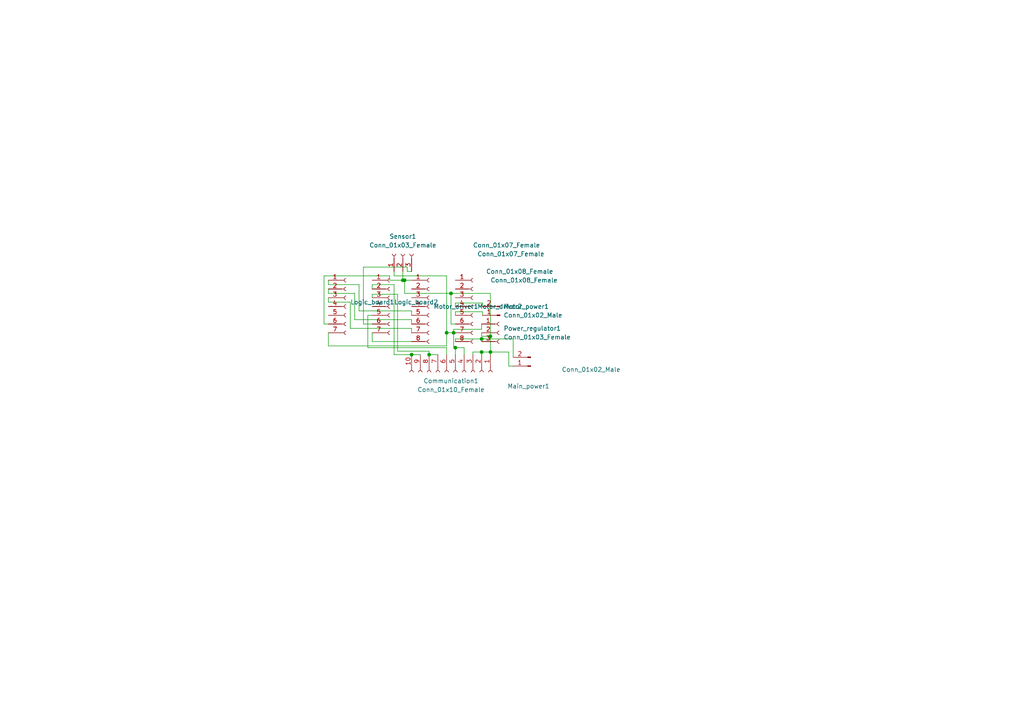
<source format=kicad_sch>
(kicad_sch (version 20211123) (generator eeschema)
  (paper "A4")
  (lib_symbols
    (symbol "Connector:Conn_01x02_Male" (pin_names (offset 1.016) hide)
      (property "Reference" "J" (at 0 2.54 0))
      (property "Value" "Conn_01x02_Male" (at 0 -5.08 0))
      (symbol "Conn_01x02_Male_1_1"
        (polyline (pts (xy 1.27 -2.54) (xy 0.8636 -2.54)) (stroke (width 0.1524)))
        (polyline (pts (xy 1.27 0) (xy 0.8636 0)) (stroke (width 0.1524)))
        (rectangle (start 0.8636 -2.413) (end 0 -2.667) (stroke (width 0.1524)) (fill (type outline)))
        (rectangle (start 0.8636 0.127) (end 0 -0.127) (stroke (width 0.1524)) (fill (type outline)))
        (pin passive line (at 5.08 0 180) (length 3.81) (name "Pin_1") (number "1"))
        (pin passive line (at 5.08 -2.54 180) (length 3.81) (name "Pin_2") (number "2"))
      )
    )
    (symbol "Connector:Conn_01x03_Female" (pin_names (offset 1.016) hide)
      (property "Reference" "J" (at 0 5.08 0))
      (property "Value" "Conn_01x03_Female" (at 0 -5.08 0))
      (symbol "Conn_01x03_Female_1_1"
        (arc (start 0 -2.032) (mid -0.508 -2.54) (end 0 -3.048) (stroke (width 0.1524)))
        (polyline (pts (xy -1.27 -2.54) (xy -0.508 -2.54)) (stroke (width 0.1524)))
        (polyline (pts (xy -1.27 0) (xy -0.508 0)) (stroke (width 0.1524)))
        (polyline (pts (xy -1.27 2.54) (xy -0.508 2.54)) (stroke (width 0.1524)))
        (arc (start 0 0.508) (mid -0.508 0) (end 0 -0.508) (stroke (width 0.1524)))
        (arc (start 0 3.048) (mid -0.508 2.54) (end 0 2.032) (stroke (width 0.1524)))
        (pin passive line (at -5.08 2.54 0) (length 3.81) (name "Pin_1") (number "1"))
        (pin passive line (at -5.08 0 0) (length 3.81) (name "Pin_2") (number "2"))
        (pin passive line (at -5.08 -2.54 0) (length 3.81) (name "Pin_3") (number "3"))
      )
    )
    (symbol "Connector:Conn_01x07_Female" (pin_names (offset 1.016) hide)
      (property "Reference" "J" (at 0 10.16 0))
      (property "Value" "Conn_01x07_Female" (at 0 -10.16 0))
      (symbol "Conn_01x07_Female_1_1"
        (arc (start 0 -7.112) (mid -0.508 -7.62) (end 0 -8.128) (stroke (width 0.1524)))
        (arc (start 0 -4.572) (mid -0.508 -5.08) (end 0 -5.588) (stroke (width 0.1524)))
        (arc (start 0 -2.032) (mid -0.508 -2.54) (end 0 -3.048) (stroke (width 0.1524)))
        (polyline (pts (xy -1.27 -7.62) (xy -0.508 -7.62)) (stroke (width 0.1524)))
        (polyline (pts (xy -1.27 -5.08) (xy -0.508 -5.08)) (stroke (width 0.1524)))
        (polyline (pts (xy -1.27 -2.54) (xy -0.508 -2.54)) (stroke (width 0.1524)))
        (polyline (pts (xy -1.27 0) (xy -0.508 0)) (stroke (width 0.1524)))
        (polyline (pts (xy -1.27 2.54) (xy -0.508 2.54)) (stroke (width 0.1524)))
        (polyline (pts (xy -1.27 5.08) (xy -0.508 5.08)) (stroke (width 0.1524)))
        (polyline (pts (xy -1.27 7.62) (xy -0.508 7.62)) (stroke (width 0.1524)))
        (arc (start 0 0.508) (mid -0.508 0) (end 0 -0.508) (stroke (width 0.1524)))
        (arc (start 0 3.048) (mid -0.508 2.54) (end 0 2.032) (stroke (width 0.1524)))
        (arc (start 0 5.588) (mid -0.508 5.08) (end 0 4.572) (stroke (width 0.1524)))
        (arc (start 0 8.128) (mid -0.508 7.62) (end 0 7.112) (stroke (width 0.1524)))
        (pin passive line (at -5.08 7.62 0) (length 3.81) (name "Pin_1") (number "1"))
        (pin passive line (at -5.08 5.08 0) (length 3.81) (name "Pin_2") (number "2"))
        (pin passive line (at -5.08 2.54 0) (length 3.81) (name "Pin_3") (number "3"))
        (pin passive line (at -5.08 0 0) (length 3.81) (name "Pin_4") (number "4"))
        (pin passive line (at -5.08 -2.54 0) (length 3.81) (name "Pin_5") (number "5"))
        (pin passive line (at -5.08 -5.08 0) (length 3.81) (name "Pin_6") (number "6"))
        (pin passive line (at -5.08 -7.62 0) (length 3.81) (name "Pin_7") (number "7"))
      )
    )
    (symbol "Connector:Conn_01x08_Female" (pin_names (offset 1.016) hide)
      (property "Reference" "J" (at 0 10.16 0))
      (property "Value" "Conn_01x08_Female" (at 0 -12.7 0))
      (symbol "Conn_01x08_Female_1_1"
        (arc (start 0 -9.652) (mid -0.508 -10.16) (end 0 -10.668) (stroke (width 0.1524)))
        (arc (start 0 -7.112) (mid -0.508 -7.62) (end 0 -8.128) (stroke (width 0.1524)))
        (arc (start 0 -4.572) (mid -0.508 -5.08) (end 0 -5.588) (stroke (width 0.1524)))
        (arc (start 0 -2.032) (mid -0.508 -2.54) (end 0 -3.048) (stroke (width 0.1524)))
        (polyline (pts (xy -1.27 -10.16) (xy -0.508 -10.16)) (stroke (width 0.1524)))
        (polyline (pts (xy -1.27 -7.62) (xy -0.508 -7.62)) (stroke (width 0.1524)))
        (polyline (pts (xy -1.27 -5.08) (xy -0.508 -5.08)) (stroke (width 0.1524)))
        (polyline (pts (xy -1.27 -2.54) (xy -0.508 -2.54)) (stroke (width 0.1524)))
        (polyline (pts (xy -1.27 0) (xy -0.508 0)) (stroke (width 0.1524)))
        (polyline (pts (xy -1.27 2.54) (xy -0.508 2.54)) (stroke (width 0.1524)))
        (polyline (pts (xy -1.27 5.08) (xy -0.508 5.08)) (stroke (width 0.1524)))
        (polyline (pts (xy -1.27 7.62) (xy -0.508 7.62)) (stroke (width 0.1524)))
        (arc (start 0 0.508) (mid -0.508 0) (end 0 -0.508) (stroke (width 0.1524)))
        (arc (start 0 3.048) (mid -0.508 2.54) (end 0 2.032) (stroke (width 0.1524)))
        (arc (start 0 5.588) (mid -0.508 5.08) (end 0 4.572) (stroke (width 0.1524)))
        (arc (start 0 8.128) (mid -0.508 7.62) (end 0 7.112) (stroke (width 0.1524)))
        (pin passive line (at -5.08 7.62 0) (length 3.81) (name "Pin_1") (number "1"))
        (pin passive line (at -5.08 5.08 0) (length 3.81) (name "Pin_2") (number "2"))
        (pin passive line (at -5.08 2.54 0) (length 3.81) (name "Pin_3") (number "3"))
        (pin passive line (at -5.08 0 0) (length 3.81) (name "Pin_4") (number "4"))
        (pin passive line (at -5.08 -2.54 0) (length 3.81) (name "Pin_5") (number "5"))
        (pin passive line (at -5.08 -5.08 0) (length 3.81) (name "Pin_6") (number "6"))
        (pin passive line (at -5.08 -7.62 0) (length 3.81) (name "Pin_7") (number "7"))
        (pin passive line (at -5.08 -10.16 0) (length 3.81) (name "Pin_8") (number "8"))
      )
    )
    (symbol "Connector:Conn_01x10_Female" (pin_names (offset 1.016) hide)
      (property "Reference" "J" (at 0 12.7 0))
      (property "Value" "Conn_01x10_Female" (at 0 -15.24 0))
      (symbol "Conn_01x10_Female_1_1"
        (arc (start 0 -12.192) (mid -0.508 -12.7) (end 0 -13.208) (stroke (width 0.1524)))
        (arc (start 0 -9.652) (mid -0.508 -10.16) (end 0 -10.668) (stroke (width 0.1524)))
        (arc (start 0 -7.112) (mid -0.508 -7.62) (end 0 -8.128) (stroke (width 0.1524)))
        (arc (start 0 -4.572) (mid -0.508 -5.08) (end 0 -5.588) (stroke (width 0.1524)))
        (arc (start 0 -2.032) (mid -0.508 -2.54) (end 0 -3.048) (stroke (width 0.1524)))
        (polyline (pts (xy -1.27 -12.7) (xy -0.508 -12.7)) (stroke (width 0.1524)))
        (polyline (pts (xy -1.27 -10.16) (xy -0.508 -10.16)) (stroke (width 0.1524)))
        (polyline (pts (xy -1.27 -7.62) (xy -0.508 -7.62)) (stroke (width 0.1524)))
        (polyline (pts (xy -1.27 -5.08) (xy -0.508 -5.08)) (stroke (width 0.1524)))
        (polyline (pts (xy -1.27 -2.54) (xy -0.508 -2.54)) (stroke (width 0.1524)))
        (polyline (pts (xy -1.27 0) (xy -0.508 0)) (stroke (width 0.1524)))
        (polyline (pts (xy -1.27 2.54) (xy -0.508 2.54)) (stroke (width 0.1524)))
        (polyline (pts (xy -1.27 5.08) (xy -0.508 5.08)) (stroke (width 0.1524)))
        (polyline (pts (xy -1.27 7.62) (xy -0.508 7.62)) (stroke (width 0.1524)))
        (polyline (pts (xy -1.27 10.16) (xy -0.508 10.16)) (stroke (width 0.1524)))
        (arc (start 0 0.508) (mid -0.508 0) (end 0 -0.508) (stroke (width 0.1524)))
        (arc (start 0 3.048) (mid -0.508 2.54) (end 0 2.032) (stroke (width 0.1524)))
        (arc (start 0 5.588) (mid -0.508 5.08) (end 0 4.572) (stroke (width 0.1524)))
        (arc (start 0 8.128) (mid -0.508 7.62) (end 0 7.112) (stroke (width 0.1524)))
        (arc (start 0 10.668) (mid -0.508 10.16) (end 0 9.652) (stroke (width 0.1524)))
        (pin passive line (at -5.08 10.16 0) (length 3.81) (name "Pin_1") (number "1"))
        (pin passive line (at -5.08 -12.7 0) (length 3.81) (name "Pin_10") (number "10"))
        (pin passive line (at -5.08 7.62 0) (length 3.81) (name "Pin_2") (number "2"))
        (pin passive line (at -5.08 5.08 0) (length 3.81) (name "Pin_3") (number "3"))
        (pin passive line (at -5.08 2.54 0) (length 3.81) (name "Pin_4") (number "4"))
        (pin passive line (at -5.08 0 0) (length 3.81) (name "Pin_5") (number "5"))
        (pin passive line (at -5.08 -2.54 0) (length 3.81) (name "Pin_6") (number "6"))
        (pin passive line (at -5.08 -5.08 0) (length 3.81) (name "Pin_7") (number "7"))
        (pin passive line (at -5.08 -7.62 0) (length 3.81) (name "Pin_8") (number "8"))
        (pin passive line (at -5.08 -10.16 0) (length 3.81) (name "Pin_9") (number "9"))
      )
    )
  )
  (junction (at 119.38 102.87))
  (junction (at 124.46 102.87))
  (junction (at 139.7 98.298))
  (junction (at 130.81 85.09))
  (junction (at 142.24 97.536))
  (junction (at 142.24 102.108))
  (junction (at 139.7 102.108))
  (junction (at 131.572 96.52))
  (junction (at 132.08 100.838))
  (junction (at 116.84 81.28))
  (junction (at 117.348 81.28))
  (junction (at 129.54 96.52))
  (wire (pts (xy 107.95 82.55) (xy 114.3 82.55)))
  (wire (pts (xy 129.54 100.33) (xy 129.54 96.52)))
  (wire (pts (xy 119.38 96.52) (xy 119.38 95.25)))
  (wire (pts (xy 139.954 88.9) (xy 139.954 87.884)))
  (wire (pts (xy 119.38 102.87) (xy 121.92 102.87)))
  (wire (pts (xy 139.7 98.298) (xy 148.844 98.298)))
  (wire (pts (xy 106.68 100.838) (xy 106.68 91.44)))
  (wire (pts (xy 119.38 90.17) (xy 104.14 90.17)))
  (wire (pts (xy 142.24 102.87) (xy 142.24 102.108)))
  (wire (pts (xy 130.81 93.98) (xy 130.81 85.09)))
  (wire (pts (xy 142.24 102.108) (xy 142.24 97.536)))
  (wire (pts (xy 124.46 102.87) (xy 127 102.87)))
  (wire (pts (xy 129.54 102.87) (xy 129.54 100.838)))
  (wire (pts (xy 118.11 77.47) (xy 118.11 78.74)))
  (wire (pts (xy 95.25 87.63) (xy 95.25 86.36)))
  (wire (pts (xy 102.87 85.09) (xy 95.25 85.09)))
  (wire (pts (xy 131.572 100.838) (xy 132.08 100.838)))
  (wire (pts (xy 119.38 95.25) (xy 101.6 95.25)))
  (wire (pts (xy 114.3 102.87) (xy 119.38 102.87)))
  (wire (pts (xy 117.348 85.09) (xy 130.81 85.09)))
  (wire (pts (xy 105.41 93.98) (xy 107.95 93.98)))
  (wire (pts (xy 114.3 82.55) (xy 114.3 102.87)))
  (wire (pts (xy 102.87 92.71) (xy 102.87 85.09)))
  (wire (pts (xy 95.25 93.98) (xy 93.98 93.98)))
  (wire (pts (xy 104.14 82.55) (xy 95.25 82.55)))
  (wire (pts (xy 131.572 96.52) (xy 132.08 96.52)))
  (wire (pts (xy 139.7 102.108) (xy 142.24 102.108)))
  (wire (pts (xy 139.7 98.298) (xy 139.7 99.06)))
  (wire (pts (xy 95.25 96.52) (xy 95.25 100.33)))
  (wire (pts (xy 147.574 106.172) (xy 147.574 102.108)))
  (wire (pts (xy 116.84 81.28) (xy 116.84 78.74)))
  (wire (pts (xy 139.7 102.87) (xy 139.7 102.108)))
  (wire (pts (xy 132.08 87.884) (xy 132.08 88.9)))
  (wire (pts (xy 119.38 92.71) (xy 102.87 92.71)))
  (wire (pts (xy 105.41 77.47) (xy 105.41 93.98)))
  (wire (pts (xy 139.954 87.884) (xy 132.08 87.884)))
  (wire (pts (xy 119.38 91.44) (xy 119.38 90.17)))
  (wire (pts (xy 101.6 87.63) (xy 95.25 87.63)))
  (wire (pts (xy 132.08 90.424) (xy 132.08 91.44)))
  (wire (pts (xy 101.6 95.25) (xy 101.6 87.63)))
  (wire (pts (xy 137.16 102.87) (xy 137.16 102.108)))
  (wire (pts (xy 117.348 81.28) (xy 117.348 85.09)))
  (wire (pts (xy 118.11 77.47) (xy 105.41 77.47)))
  (wire (pts (xy 148.844 103.632) (xy 148.844 98.298)))
  (wire (pts (xy 142.24 97.536) (xy 139.7 97.536)))
  (wire (pts (xy 119.38 93.98) (xy 119.38 92.71)))
  (wire (pts (xy 93.98 80.01) (xy 113.03 80.01)))
  (wire (pts (xy 95.25 100.33) (xy 129.54 100.33)))
  (wire (pts (xy 132.08 98.298) (xy 139.7 98.298)))
  (wire (pts (xy 139.954 90.424) (xy 132.08 90.424)))
  (wire (pts (xy 114.3 80.01) (xy 129.54 80.01)))
  (wire (pts (xy 107.95 99.06) (xy 107.95 96.52)))
  (wire (pts (xy 115.316 85.344) (xy 107.95 85.344)))
  (wire (pts (xy 114.3 78.74) (xy 114.3 80.01)))
  (wire (pts (xy 116.84 81.28) (xy 117.348 81.28)))
  (wire (pts (xy 132.08 99.06) (xy 132.08 98.298)))
  (wire (pts (xy 132.08 102.87) (xy 132.08 100.838)))
  (wire (pts (xy 132.08 93.98) (xy 130.81 93.98)))
  (wire (pts (xy 139.954 91.44) (xy 139.954 90.424)))
  (wire (pts (xy 131.572 100.838) (xy 131.572 96.52)))
  (wire (pts (xy 106.68 91.44) (xy 107.95 91.44)))
  (wire (pts (xy 107.95 83.82) (xy 107.95 82.55)))
  (wire (pts (xy 93.98 93.98) (xy 93.98 80.01)))
  (wire (pts (xy 124.46 102.87) (xy 124.46 101.854)))
  (wire (pts (xy 131.572 96.52) (xy 131.572 95.504)))
  (wire (pts (xy 132.08 100.838) (xy 134.62 100.838)))
  (wire (pts (xy 137.16 102.108) (xy 139.7 102.108)))
  (wire (pts (xy 139.7 97.536) (xy 139.7 96.52)))
  (wire (pts (xy 129.54 100.838) (xy 106.68 100.838)))
  (wire (pts (xy 134.62 102.87) (xy 134.62 100.838)))
  (wire (pts (xy 113.03 81.28) (xy 116.84 81.28)))
  (wire (pts (xy 119.38 99.06) (xy 107.95 99.06)))
  (wire (pts (xy 142.24 102.108) (xy 147.574 102.108)))
  (wire (pts (xy 131.572 95.504) (xy 139.7 95.504)))
  (wire (pts (xy 129.54 96.52) (xy 131.572 96.52)))
  (wire (pts (xy 117.348 81.28) (xy 119.38 81.28)))
  (wire (pts (xy 142.24 85.09) (xy 142.24 97.536)))
  (wire (pts (xy 148.844 106.172) (xy 147.574 106.172)))
  (wire (pts (xy 139.7 93.98) (xy 139.7 95.504)))
  (wire (pts (xy 95.25 81.28) (xy 95.25 82.55)))
  (wire (pts (xy 118.11 78.74) (xy 119.38 78.74)))
  (wire (pts (xy 113.03 80.01) (xy 113.03 81.28)))
  (wire (pts (xy 95.25 85.09) (xy 95.25 83.82)))
  (wire (pts (xy 124.46 101.854) (xy 115.316 101.854)))
  (wire (pts (xy 115.316 101.854) (xy 115.316 85.344)))
  (wire (pts (xy 130.81 85.09) (xy 142.24 85.09)))
  (wire (pts (xy 104.14 90.17) (xy 104.14 82.55)))
  (wire (pts (xy 129.54 80.01) (xy 129.54 96.52)))
  (wire (pts (xy 107.95 85.344) (xy 107.95 86.36)))
  (symbol (lib_id "Connector:Conn_01x02_Male") (at 153.924 106.172 180) (unit 1)
    (property "Reference" "Main_power1" (at 153.289 112.014 0))
    (property "Value" "Conn_01x02_Male" (at 171.45 107.188 0))
    (property "Footprint" "Connector_PinHeader_2.54mm:PinHeader_1x02_P2.54mm_Vertical" (effects hide))
  )
  (symbol (lib_id "Connector:Conn_01x03_Female") (at 144.78 96.52 0) (unit 1)
    (property "Reference" "Power_regulator1" (at 146.05 95.2499 0) (effects (justify left)))
    (property "Value" "Conn_01x03_Female" (at 146.05 97.7899 0) (effects (justify left)))
    (property "Footprint" "Connector_PinSocket_2.54mm:PinSocket_1x03_P2.54mm_Vertical" (effects hide))
  )
  (symbol (lib_id "Connector:Conn_01x03_Female") (at 116.84 73.66 90) (unit 1)
    (property "Reference" "Sensor1" (at 116.84 68.58 90))
    (property "Value" "Conn_01x03_Female" (at 116.84 71.12 90))
    (property "Footprint" "Connector_PinSocket_2.54mm:PinSocket_1x03_P2.54mm_Vertical" (effects hide))
  )
  (symbol (lib_id "Connector:Conn_01x08_Female") (at 124.46 88.9 0) (unit 1)
    (property "Reference" "Motor_driver1" (at 125.73 88.8999 0) (effects (justify left)))
    (property "Value" "Conn_01x08_Female" (at 140.97 78.74 0) (effects (justify left)))
    (property "Footprint" "Connector_PinSocket_2.54mm:PinSocket_1x08_P2.54mm_Vertical" (effects hide))
  )
  (symbol (lib_id "Connector:Conn_01x08_Female") (at 137.16 88.9 0) (unit 1)
    (property "Reference" "Motor_driver2" (at 138.43 88.8999 0) (effects (justify left)))
    (property "Value" "Conn_01x08_Female" (at 142.24 81.28 0) (effects (justify left)))
    (property "Footprint" "Connector_PinSocket_2.54mm:PinSocket_1x08_P2.54mm_Vertical" (effects hide))
  )
  (symbol (lib_id "Connector:Conn_01x02_Male") (at 145.034 91.44 180) (unit 1)
    (property "Reference" "Motor_power1" (at 146.05 88.8999 0) (effects (justify right)))
    (property "Value" "Conn_01x02_Male" (at 146.05 91.4399 0) (effects (justify right)))
    (property "Footprint" "Connector_PinHeader_2.54mm:PinHeader_1x02_P2.54mm_Vertical" (effects hide))
  )
  (symbol (lib_id "Connector:Conn_01x07_Female") (at 113.03 88.9 0) (unit 1)
    (property "Reference" "Logic_board2" (at 114.3 87.6299 0) (effects (justify left)))
    (property "Value" "Conn_01x07_Female" (at 137.16 71.12 0) (effects (justify left)))
    (property "Footprint" "Connector_PinSocket_2.54mm:PinSocket_1x07_P2.54mm_Vertical" (effects hide))
  )
  (symbol (lib_id "Connector:Conn_01x07_Female") (at 100.33 88.9 0) (unit 1)
    (property "Reference" "Logic_board1" (at 101.6 87.6299 0) (effects (justify left)))
    (property "Value" "Conn_01x07_Female" (at 138.43 73.66 0) (effects (justify left)))
    (property "Footprint" "Connector_PinSocket_2.54mm:PinSocket_1x07_P2.54mm_Vertical" (effects hide))
  )
  (symbol (lib_id "Connector:Conn_01x10_Female") (at 132.08 107.95 270) (unit 1)
    (property "Reference" "Communication1" (at 130.81 110.49 90))
    (property "Value" "Conn_01x10_Female" (at 130.81 113.03 90))
    (property "Footprint" "Connector_PinSocket_2.54mm:PinSocket_1x10_P2.54mm_Vertical" (effects hide))
  )
)
</source>
